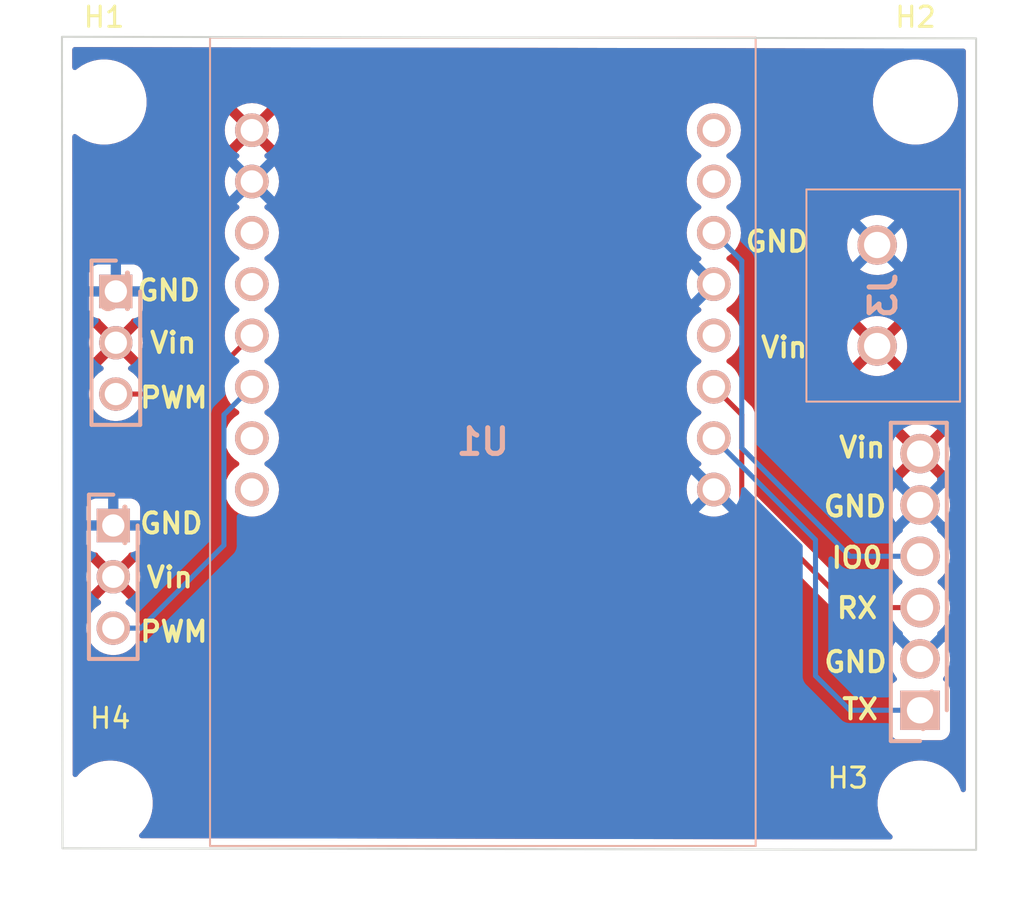
<source format=kicad_pcb>
(kicad_pcb (version 20211014) (generator pcbnew)
  (layers (0 "F.Cu" signal) (31 "B.Cu" signal) (34 "B.Paste" user) (35 "F.Paste" user) (36 "B.SilkS" user "B.Silkscreen") (37 "F.SilkS" user "F.Silkscreen") (38 "B.Mask" user) (39 "F.Mask" user) (44 "Edge.Cuts" user))
  (net 0 "")
  (net 1 "PWM1")
  (net 2 "Vin")
  (net 3 "GND")
  (net 4 "PWM2")
  (net 5 "IO0")
  (net 6 "RX")
  (net 7 "TX")
  (footprint "MountingHole:MountingHole_3.2mm_M3" (layer "F.Cu") (at 143.7386 39.0652)
    (fp_text reference "H2" (at 0 -4.2) (layer "F.SilkS"))
    (fp_text value "MountingHole")
    (pad "" np_thru_hole circle (at 0 0) (size 3.2 3.2) (drill 3.2) (layers *.Cu *.Mask))
  )
  (footprint "MountingHole:MountingHole_3.2mm_M3" (layer "F.Cu") (at 103.5812 39.0652)
    (fp_text reference "H1" (at 0 -4.2) (layer "F.SilkS"))
    (fp_text value "MountingHole")
    (pad "" np_thru_hole circle (at 0 0) (size 3.2 3.2) (drill 3.2) (layers *.Cu *.Mask))
  )
  (footprint "MountingHole:MountingHole_3.2mm_M3" (layer "F.Cu") (at 143.9672 73.7616)
    (fp_text reference "H3" (at -3.5814 -1.2446) (layer "F.SilkS"))
    (fp_text value "MountingHole")
    (pad "" np_thru_hole circle (at 0 0) (size 3.2 3.2) (drill 3.2) (layers *.Cu *.Mask))
  )
  (footprint "MountingHole:MountingHole_3.2mm_M3" (layer "F.Cu") (at 103.886 73.7616)
    (fp_text reference "H4" (at 0 -4.2) (layer "F.SilkS"))
    (fp_text value "MountingHole")
    (pad "" np_thru_hole circle (at 0 0) (size 3.2 3.2) (drill 3.2) (layers *.Cu *.Mask))
  )
  (footprint "SamacSys_Parts:RHDR3W64P0X254_1X3_813X241X851P" (layer "B.Cu") (at 104.1654 48.4378 -90)
    (fp_text reference "J2" (at 0 0 90) (layer "B.SilkS") (effects (font (size 1.27 1.27) (thickness 0.254)) (justify mirror)))
    (fp_text value "SSW-103-01-G-S" hide)
    (fp_line (start 0 -1.205) (end 6.605 -1.205) (layer "B.SilkS") (width 0.2))
    (fp_line (start 6.605 1.205) (end -1.525 1.205) (layer "B.SilkS") (width 0.2))
    (fp_line (start -1.525 1.205) (end -1.525 0) (layer "B.SilkS") (width 0.2))
    (fp_line (start 6.605 -1.205) (end 6.605 1.205) (layer "B.SilkS") (width 0.2))
    (pad "1" thru_hole rect (at 0 0 180) (size 1.65 1.65) (drill 1.1) (layers *.Cu *.Mask "B.SilkS") (net 3 "GND"))
    (pad "2" thru_hole circle (at 2.54 0 180) (size 1.65 1.65) (drill 1.1) (layers *.Cu *.Mask "B.SilkS") (net 2 "Vin"))
    (pad "3" thru_hole circle (at 5.08 0 180) (size 1.65 1.65) (drill 1.1) (layers *.Cu *.Mask "B.SilkS") (net 4 "PWM2"))
  )
  (footprint "SamacSys_Parts:DFR0602" (layer "B.Cu") (at 110.8964 58.24)
    (fp_text reference "U1" (at 11.43 -2.36) (layer "B.SilkS") (effects (font (size 1.27 1.27) (thickness 0.254)) (justify mirror)))
    (fp_text value "DFR0602" hide)
    (fp_line (start -2.07 -22.36) (end -2.07 17.64) (layer "B.SilkS") (width 0.1))
    (fp_line (start 24.93 -22.36) (end -2.07 -22.36) (layer "B.SilkS") (width 0.1))
    (fp_line (start -2.07 17.64) (end 24.93 17.64) (layer "B.SilkS") (width 0.1))
    (fp_line (start 24.93 17.64) (end 24.93 -22.36) (layer "B.SilkS") (width 0.1))
    (pad "1" thru_hole circle (at 0 0 270) (size 1.665 1.665) (drill 1.11) (layers *.Cu *.Mask "B.SilkS"))
    (pad "2" thru_hole circle (at 0 -2.54 270) (size 1.665 1.665) (drill 1.11) (layers *.Cu *.Mask "B.SilkS"))
    (pad "3" thru_hole circle (at 0 -5.08 270) (size 1.665 1.665) (drill 1.11) (layers *.Cu *.Mask "B.SilkS") (net 1 "PWM1"))
    (pad "4" thru_hole circle (at 0 -7.62 270) (size 1.665 1.665) (drill 1.11) (layers *.Cu *.Mask "B.SilkS") (net 4 "PWM2"))
    (pad "5" thru_hole circle (at 0 -10.16 270) (size 1.665 1.665) (drill 1.11) (layers *.Cu *.Mask "B.SilkS"))
    (pad "6" thru_hole circle (at 0 -12.7 270) (size 1.665 1.665) (drill 1.11) (layers *.Cu *.Mask "B.SilkS"))
    (pad "7" thru_hole circle (at 0 -15.24 270) (size 1.665 1.665) (drill 1.11) (layers *.Cu *.Mask "B.SilkS") (net 3 "GND"))
    (pad "8" thru_hole circle (at 0 -17.78 270) (size 1.665 1.665) (drill 1.11) (layers *.Cu *.Mask "B.SilkS") (net 2 "Vin"))
    (pad "9" thru_hole circle (at 22.86 -17.78 270) (size 1.665 1.665) (drill 1.11) (layers *.Cu *.Mask "B.SilkS"))
    (pad "10" thru_hole circle (at 22.86 -15.24 270) (size 1.665 1.665) (drill 1.11) (layers *.Cu *.Mask "B.SilkS"))
    (pad "11" thru_hole circle (at 22.86 -12.7 270) (size 1.665 1.665) (drill 1.11) (layers *.Cu *.Mask "B.SilkS") (net 5 "IO0"))
    (pad "12" thru_hole circle (at 22.86 -10.16 270) (size 1.665 1.665) (drill 1.11) (layers *.Cu *.Mask "B.SilkS") (net 3 "GND"))
    (pad "13" thru_hole circle (at 22.86 -7.62 270) (size 1.665 1.665) (drill 1.11) (layers *.Cu *.Mask "B.SilkS"))
    (pad "14" thru_hole circle (at 22.86 -5.08 270) (size 1.665 1.665) (drill 1.11) (layers *.Cu *.Mask "B.SilkS") (net 6 "RX"))
    (pad "15" thru_hole circle (at 22.86 -2.54 270) (size 1.665 1.665) (drill 1.11) (layers *.Cu *.Mask "B.SilkS") (net 7 "TX"))
    (pad "16" thru_hole circle (at 22.86 0 270) (size 1.665 1.665) (drill 1.11) (layers *.Cu *.Mask "B.SilkS") (net 3 "GND"))
  )
  (footprint "SamacSys_Parts:RHDR3W64P0X254_1X3_813X241X851P" (layer "B.Cu") (at 104.0384 60.0202 -90)
    (fp_text reference "J1" (at 0 0 90) (layer "B.SilkS") (effects (font (size 1.27 1.27) (thickness 0.254)) (justify mirror)))
    (fp_text value "SSW-103-01-G-S" hide)
    (fp_line (start 6.605 1.205) (end -1.525 1.205) (layer "B.SilkS") (width 0.2))
    (fp_line (start 0 -1.205) (end 6.605 -1.205) (layer "B.SilkS") (width 0.2))
    (fp_line (start 6.605 -1.205) (end 6.605 1.205) (layer "B.SilkS") (width 0.2))
    (fp_line (start -1.525 1.205) (end -1.525 0) (layer "B.SilkS") (width 0.2))
    (pad "1" thru_hole rect (at 0 0 180) (size 1.65 1.65) (drill 1.1) (layers *.Cu *.Mask "B.SilkS") (net 3 "GND"))
    (pad "2" thru_hole circle (at 2.54 0 180) (size 1.65 1.65) (drill 1.1) (layers *.Cu *.Mask "B.SilkS") (net 2 "Vin"))
    (pad "3" thru_hole circle (at 5.08 0 180) (size 1.65 1.65) (drill 1.1) (layers *.Cu *.Mask "B.SilkS") (net 1 "PWM1"))
  )
  (footprint "SamacSys_Parts:TB00250002BE" (layer "B.Cu") (at 141.8384 51.141 90)
    (fp_text reference "J3" (at 2.5 0.3 90) (layer "B.SilkS") (effects (font (size 1.27 1.27) (thickness 0.254)) (justify mirror)))
    (fp_text value "TB002-500-02BE" hide)
    (fp_line (start 7.75 -3.5) (end -2.75 -3.5) (layer "B.SilkS") (width 0.1))
    (fp_line (start -2.75 -3.5) (end -2.75 4.1) (layer "B.SilkS") (width 0.1))
    (fp_line (start -2.75 4.1) (end 7.75 4.1) (layer "B.SilkS") (width 0.1))
    (fp_line (start 7.75 4.1) (end 7.75 -3.5) (layer "B.SilkS") (width 0.1))
    (pad "1" thru_hole circle (at 0 0) (size 1.95 1.95) (drill 1.3) (layers *.Cu *.Mask "B.SilkS") (net 2 "Vin"))
    (pad "2" thru_hole circle (at 5 0) (size 1.95 1.95) (drill 1.3) (layers *.Cu *.Mask "B.SilkS") (net 3 "GND"))
  )
  (footprint "SamacSys_Parts:RHDR6W79P0X254_1X6_1575X241X851P" (layer "B.Cu") (at 143.9602 69.1642 -90)
    (fp_text reference "J4" (at 0 0 90) (layer "B.SilkS") (effects (font (size 1.27 1.27) (thickness 0.254)) (justify mirror)))
    (fp_text value "SSW-106-01-F-S" hide)
    (fp_line (start 1.525 1.445) (end 1.525 0) (layer "B.SilkS") (width 0.2))
    (fp_line (start -14.225 -1.325) (end -14.225 1.445) (layer "B.SilkS") (width 0.2))
    (fp_line (start 0 -1.325) (end -14.225 -1.325) (layer "B.SilkS") (width 0.2))
    (fp_line (start -14.225 1.445) (end 1.525 1.445) (layer "B.SilkS") (width 0.2))
    (pad "1" thru_hole rect (at 0 0 180) (size 1.95 1.95) (drill 1.3) (layers *.Cu *.Mask "B.SilkS") (net 7 "TX"))
    (pad "2" thru_hole circle (at -2.54 0 180) (size 1.95 1.95) (drill 1.3) (layers *.Cu *.Mask "B.SilkS") (net 3 "GND"))
    (pad "3" thru_hole circle (at -5.08 0 180) (size 1.95 1.95) (drill 1.3) (layers *.Cu *.Mask "B.SilkS") (net 6 "RX"))
    (pad "4" thru_hole circle (at -7.62 0 180) (size 1.95 1.95) (drill 1.3) (layers *.Cu *.Mask "B.SilkS") (net 5 "IO0"))
    (pad "5" thru_hole circle (at -10.16 0 180) (size 1.95 1.95) (drill 1.3) (layers *.Cu *.Mask "B.SilkS") (net 3 "GND"))
    (pad "6" thru_hole circle (at -12.7 0 180) (size 1.95 1.95) (drill 1.3) (layers *.Cu *.Mask "B.SilkS") (net 2 "Vin"))
  )
  (gr_poly (pts (xy 146.734647 35.913671) (xy 146.7358 76.073) (xy 101.5238 75.9968) (xy 101.4984 35.8394) (xy 101.522647 35.837471)) (layer "Edge.Cuts") (width 0.1) (fill none))
  (gr_text "Vin" (at 141.097 56.1594) (layer "F.SilkS") (effects (font (size 1 1) (thickness 0.2))))
  (gr_text "GND" (at 136.8806 45.974) (layer "F.SilkS") (effects (font (size 1 1) (thickness 0.2))))
  (gr_text "GND" (at 106.7816 48.387) (layer "F.SilkS") (effects (font (size 1 1) (thickness 0.2))))
  (gr_text "GND" (at 140.7668 66.7766) (layer "F.SilkS") (effects (font (size 1 1) (thickness 0.2))))
  (gr_text "GND" (at 140.7414 59.0804) (layer "F.SilkS") (effects (font (size 1 1) (thickness 0.2))))
  (gr_text "Vin" (at 107.002248 50.9778) (layer "F.SilkS") (effects (font (size 1 1) (thickness 0.2))))
  (gr_text "Vin" (at 106.8324 62.5856) (layer "F.SilkS") (effects (font (size 1 1) (thickness 0.2))))
  (gr_text "TX" (at 140.9954 69.1134) (layer "F.SilkS") (effects (font (size 1 1) (thickness 0.2))))
  (gr_text "IO0" (at 140.843 61.6204) (layer "F.SilkS") (effects (font (size 1 1) (thickness 0.2))))
  (gr_text "GND" (at 106.9086 59.9186) (layer "F.SilkS") (effects (font (size 1 1) (thickness 0.2))))
  (gr_text "PWM" (at 107.0356 53.6956) (layer "F.SilkS") (effects (font (size 1 1) (thickness 0.2))))
  (gr_text "RX" (at 140.843 64.1096) (layer "F.SilkS") (effects (font (size 1 1) (thickness 0.2))))
  (gr_text "Vin" (at 137.2362 51.2064) (layer "F.SilkS") (effects (font (size 1 1) (thickness 0.2))))
  (gr_text "PWM" (at 107.0356 65.278) (layer "F.SilkS") (effects (font (size 1 1) (thickness 0.2))))
  (segment (start 104.0384 65.1002) (end 105.41 65.1002) (width 0.25) (layer "B.Cu") (net 1))
  (segment (start 105.41 65.1002) (end 109.5141 60.9961) (width 0.25) (layer "B.Cu") (net 1))
  (segment (start 109.5141 54.5423) (end 110.8964 53.16) (width 0.25) (layer "B.Cu") (net 1))
  (segment (start 109.5141 60.9961) (end 109.5141 54.5423) (width 0.25) (layer "B.Cu") (net 1))
  (segment (start 107.9986 53.5178) (end 104.1654 53.5178) (width 0.25) (layer "F.Cu") (net 4))
  (segment (start 110.8964 50.62) (end 107.9986 53.5178) (width 0.25) (layer "F.Cu") (net 4))
  (segment (start 135.1387 46.9223) (end 135.1387 56.1885) (width 0.25) (layer "B.Cu") (net 5))
  (segment (start 133.7564 45.54) (end 135.1387 46.9223) (width 0.25) (layer "B.Cu") (net 5))
  (segment (start 135.1387 56.1885) (end 140.4944 61.5442) (width 0.25) (layer "B.Cu") (net 5))
  (segment (start 140.4944 61.5442) (end 143.9602 61.5442) (width 0.25) (layer "B.Cu") (net 5))
  (segment (start 133.7564 53.16) (end 135.1387 54.5423) (width 0.25) (layer "F.Cu") (net 6))
  (segment (start 140.4944 64.0842) (end 143.9602 64.0842) (width 0.25) (layer "F.Cu") (net 6))
  (segment (start 135.1387 58.7285) (end 140.4944 64.0842) (width 0.25) (layer "F.Cu") (net 6))
  (segment (start 135.1387 54.5423) (end 135.1387 58.7285) (width 0.25) (layer "F.Cu") (net 6))
  (segment (start 138.7878 60.7314) (end 138.7878 67.4576) (width 0.25) (layer "B.Cu") (net 7))
  (segment (start 133.7564 55.7) (end 138.7878 60.7314) (width 0.25) (layer "B.Cu") (net 7))
  (segment (start 138.7878 67.4576) (end 140.4944 69.1642) (width 0.25) (layer "B.Cu") (net 7))
  (segment (start 140.4944 69.1642) (end 143.9602 69.1642) (width 0.25) (layer "B.Cu") (net 7))
  (zone (net 2) (net_name "Vin") (layer "F.Cu") (connect_pads (clearance 0.508)) (min_thickness 0.254) (fill yes (thermal_gap 0.508) (thermal_bridge_width 0.508))
    (polygon (pts (xy 146.685353 35.9156) (xy 146.685353 76.073) (xy 101.473353 75.9968) (xy 101.524153 35.814)))
  )
  (zone (net 3) (net_name "GND") (layer "B.Cu") (connect_pads (clearance 0.508)) (min_thickness 0.254) (fill yes (thermal_gap 0.508) (thermal_bridge_width 0.508))
    (polygon (pts (xy 146.7358 35.9156) (xy 146.7358 76.073) (xy 101.5238 75.9968) (xy 101.4984 35.8394)))
  )
)
</source>
